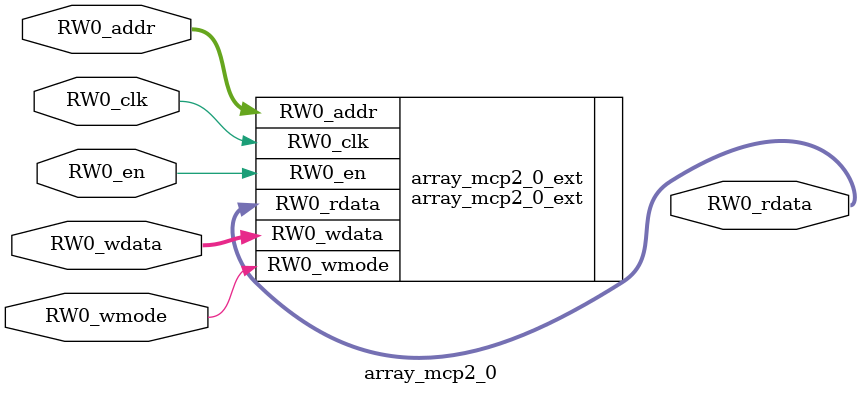
<source format=v>
`ifndef RANDOMIZE
  `ifdef RANDOMIZE_MEM_INIT
    `define RANDOMIZE
  `endif // RANDOMIZE_MEM_INIT
`endif // not def RANDOMIZE
`ifndef RANDOMIZE
  `ifdef RANDOMIZE_REG_INIT
    `define RANDOMIZE
  `endif // RANDOMIZE_REG_INIT
`endif // not def RANDOMIZE
`ifndef RANDOM
  `define RANDOM $random
`endif // not def RANDOM
// Users can define INIT_RANDOM as general code that gets injected into the
// initializer block for modules with registers.
`ifndef INIT_RANDOM
  `define INIT_RANDOM
`endif // not def INIT_RANDOM
// If using random initialization, you can also define RANDOMIZE_DELAY to
// customize the delay used, otherwise 0.002 is used.
`ifndef RANDOMIZE_DELAY
  `define RANDOMIZE_DELAY 0.002
`endif // not def RANDOMIZE_DELAY
// Define INIT_RANDOM_PROLOG_ for use in our modules below.
`ifndef INIT_RANDOM_PROLOG_
  `ifdef RANDOMIZE
    `ifdef VERILATOR
      `define INIT_RANDOM_PROLOG_ `INIT_RANDOM
    `else  // VERILATOR
      `define INIT_RANDOM_PROLOG_ `INIT_RANDOM #`RANDOMIZE_DELAY begin end
    `endif // VERILATOR
  `else  // RANDOMIZE
    `define INIT_RANDOM_PROLOG_
  `endif // RANDOMIZE
`endif // not def INIT_RANDOM_PROLOG_
// Include register initializers in init blocks unless synthesis is set
`ifndef SYNTHESIS
  `ifndef ENABLE_INITIAL_REG_
    `define ENABLE_INITIAL_REG_
  `endif // not def ENABLE_INITIAL_REG_
`endif // not def SYNTHESIS
// Include rmemory initializers in init blocks unless synthesis is set
`ifndef SYNTHESIS
  `ifndef ENABLE_INITIAL_MEM_
    `define ENABLE_INITIAL_MEM_
  `endif // not def ENABLE_INITIAL_MEM_
`endif // not def SYNTHESIS
module array_mcp2_0(
  input  [11:0]  RW0_addr,
  input          RW0_en,
  input          RW0_clk,
  input          RW0_wmode,
  input  [511:0] RW0_wdata,
  output [511:0] RW0_rdata
);

  array_mcp2_0_ext array_mcp2_0_ext (
    .RW0_addr  (RW0_addr),
    .RW0_en    (RW0_en),
    .RW0_clk   (RW0_clk),
    .RW0_wmode (RW0_wmode),
    .RW0_wdata (RW0_wdata),
    .RW0_rdata (RW0_rdata)
  );
endmodule


</source>
